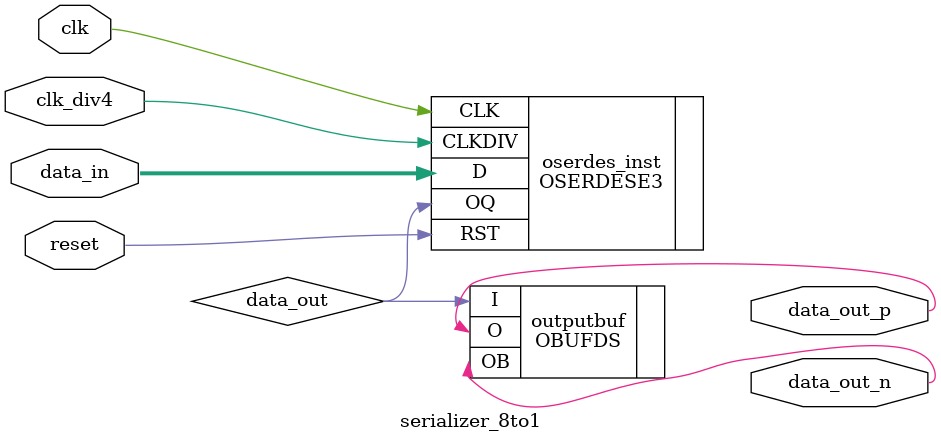
<source format=v>
`timescale 1ns / 1ps


module serializer_8to1(
    input [7:0] data_in,
    output data_out_p,
    output data_out_n,
    input clk,
    input clk_div4,
    input reset
    );
    wire data_out;
        OSERDESE3  #(
      .DATA_WIDTH(8),
      .IS_CLKDIV_INVERTED(0),
      .IS_CLK_INVERTED(0),
      .IS_RST_INVERTED(1),
      .SIM_DEVICE("ULTRASCALE_PLUS")
      )
      oserdes_inst
    (
     .OQ(data_out),
     .CLK(clk),
     .CLKDIV(clk_div4),
     .D(data_in),
     .RST(reset)
     );
     
        OBUFDS outputbuf
     (
      .I(data_out),
      .O(data_out_p),
      .OB(data_out_n)
     );
endmodule

</source>
